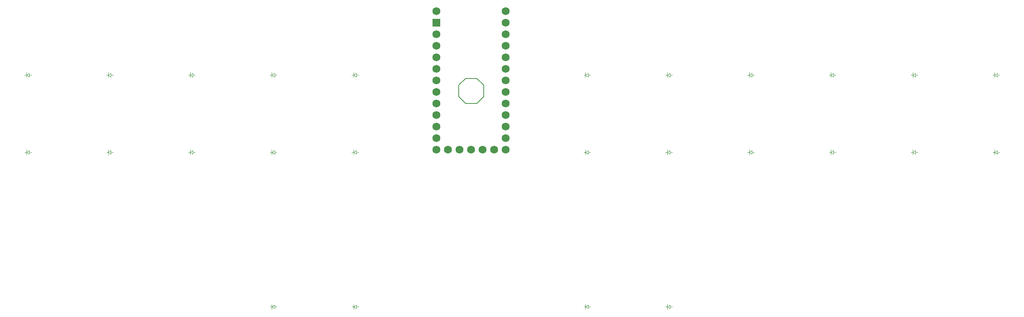
<source format=gbr>
%TF.GenerationSoftware,KiCad,Pcbnew,9.0.0*%
%TF.CreationDate,2025-03-14T12:58:10+01:00*%
%TF.ProjectId,pcb,7063622e-6b69-4636-9164-5f7063625858,v1.0.0*%
%TF.SameCoordinates,Original*%
%TF.FileFunction,Legend,Bot*%
%TF.FilePolarity,Positive*%
%FSLAX46Y46*%
G04 Gerber Fmt 4.6, Leading zero omitted, Abs format (unit mm)*
G04 Created by KiCad (PCBNEW 9.0.0) date 2025-03-14 12:58:10*
%MOMM*%
%LPD*%
G01*
G04 APERTURE LIST*
%ADD10C,0.100000*%
%ADD11C,0.150000*%
%ADD12C,1.752600*%
%ADD13R,1.752600X1.752600*%
G04 APERTURE END LIST*
D10*
%TO.C,D1*%
X100250000Y-105000000D02*
X100750000Y-105000000D01*
X100250000Y-105400000D02*
X99650000Y-105000000D01*
X100250000Y-104600000D02*
X100250000Y-105400000D01*
X99650000Y-105000000D02*
X100250000Y-104600000D01*
X99650000Y-105000000D02*
X99650000Y-105550000D01*
X99650000Y-105000000D02*
X99650000Y-104450000D01*
X99250000Y-105000000D02*
X99650000Y-105000000D01*
%TO.C,D2*%
X100250000Y-88000000D02*
X100750000Y-88000000D01*
X100250000Y-88400000D02*
X99650000Y-88000000D01*
X100250000Y-87600000D02*
X100250000Y-88400000D01*
X99650000Y-88000000D02*
X100250000Y-87600000D01*
X99650000Y-88000000D02*
X99650000Y-88550000D01*
X99650000Y-88000000D02*
X99650000Y-87450000D01*
X99250000Y-88000000D02*
X99650000Y-88000000D01*
%TO.C,D3*%
X118250000Y-105000000D02*
X118750000Y-105000000D01*
X118250000Y-105400000D02*
X117650000Y-105000000D01*
X118250000Y-104600000D02*
X118250000Y-105400000D01*
X117650000Y-105000000D02*
X118250000Y-104600000D01*
X117650000Y-105000000D02*
X117650000Y-105550000D01*
X117650000Y-105000000D02*
X117650000Y-104450000D01*
X117250000Y-105000000D02*
X117650000Y-105000000D01*
%TO.C,D4*%
X118250000Y-88000000D02*
X118750000Y-88000000D01*
X118250000Y-88400000D02*
X117650000Y-88000000D01*
X118250000Y-87600000D02*
X118250000Y-88400000D01*
X117650000Y-88000000D02*
X118250000Y-87600000D01*
X117650000Y-88000000D02*
X117650000Y-88550000D01*
X117650000Y-88000000D02*
X117650000Y-87450000D01*
X117250000Y-88000000D02*
X117650000Y-88000000D01*
%TO.C,D5*%
X136250000Y-105000000D02*
X136750000Y-105000000D01*
X136250000Y-105400000D02*
X135650000Y-105000000D01*
X136250000Y-104600000D02*
X136250000Y-105400000D01*
X135650000Y-105000000D02*
X136250000Y-104600000D01*
X135650000Y-105000000D02*
X135650000Y-105550000D01*
X135650000Y-105000000D02*
X135650000Y-104450000D01*
X135250000Y-105000000D02*
X135650000Y-105000000D01*
%TO.C,D6*%
X136250000Y-88000000D02*
X136750000Y-88000000D01*
X136250000Y-88400000D02*
X135650000Y-88000000D01*
X136250000Y-87600000D02*
X136250000Y-88400000D01*
X135650000Y-88000000D02*
X136250000Y-87600000D01*
X135650000Y-88000000D02*
X135650000Y-88550000D01*
X135650000Y-88000000D02*
X135650000Y-87450000D01*
X135250000Y-88000000D02*
X135650000Y-88000000D01*
%TO.C,D7*%
X154250000Y-105000000D02*
X154750000Y-105000000D01*
X154250000Y-105400000D02*
X153650000Y-105000000D01*
X154250000Y-104600000D02*
X154250000Y-105400000D01*
X153650000Y-105000000D02*
X154250000Y-104600000D01*
X153650000Y-105000000D02*
X153650000Y-105550000D01*
X153650000Y-105000000D02*
X153650000Y-104450000D01*
X153250000Y-105000000D02*
X153650000Y-105000000D01*
%TO.C,D8*%
X154250000Y-88000000D02*
X154750000Y-88000000D01*
X154250000Y-88400000D02*
X153650000Y-88000000D01*
X154250000Y-87600000D02*
X154250000Y-88400000D01*
X153650000Y-88000000D02*
X154250000Y-87600000D01*
X153650000Y-88000000D02*
X153650000Y-88550000D01*
X153650000Y-88000000D02*
X153650000Y-87450000D01*
X153250000Y-88000000D02*
X153650000Y-88000000D01*
%TO.C,D9*%
X172250000Y-105000000D02*
X172750000Y-105000000D01*
X172250000Y-105400000D02*
X171650000Y-105000000D01*
X172250000Y-104600000D02*
X172250000Y-105400000D01*
X171650000Y-105000000D02*
X172250000Y-104600000D01*
X171650000Y-105000000D02*
X171650000Y-105550000D01*
X171650000Y-105000000D02*
X171650000Y-104450000D01*
X171250000Y-105000000D02*
X171650000Y-105000000D01*
%TO.C,D10*%
X172250000Y-88000000D02*
X172750000Y-88000000D01*
X172250000Y-88400000D02*
X171650000Y-88000000D01*
X172250000Y-87600000D02*
X172250000Y-88400000D01*
X171650000Y-88000000D02*
X172250000Y-87600000D01*
X171650000Y-88000000D02*
X171650000Y-88550000D01*
X171650000Y-88000000D02*
X171650000Y-87450000D01*
X171250000Y-88000000D02*
X171650000Y-88000000D01*
%TO.C,D11*%
X223250000Y-105000000D02*
X223750000Y-105000000D01*
X223250000Y-105400000D02*
X222650000Y-105000000D01*
X223250000Y-104600000D02*
X223250000Y-105400000D01*
X222650000Y-105000000D02*
X223250000Y-104600000D01*
X222650000Y-105000000D02*
X222650000Y-105550000D01*
X222650000Y-105000000D02*
X222650000Y-104450000D01*
X222250000Y-105000000D02*
X222650000Y-105000000D01*
%TO.C,D12*%
X223250000Y-88000000D02*
X223750000Y-88000000D01*
X223250000Y-88400000D02*
X222650000Y-88000000D01*
X223250000Y-87600000D02*
X223250000Y-88400000D01*
X222650000Y-88000000D02*
X223250000Y-87600000D01*
X222650000Y-88000000D02*
X222650000Y-88550000D01*
X222650000Y-88000000D02*
X222650000Y-87450000D01*
X222250000Y-88000000D02*
X222650000Y-88000000D01*
%TO.C,D13*%
X241250000Y-105000000D02*
X241750000Y-105000000D01*
X241250000Y-105400000D02*
X240650000Y-105000000D01*
X241250000Y-104600000D02*
X241250000Y-105400000D01*
X240650000Y-105000000D02*
X241250000Y-104600000D01*
X240650000Y-105000000D02*
X240650000Y-105550000D01*
X240650000Y-105000000D02*
X240650000Y-104450000D01*
X240250000Y-105000000D02*
X240650000Y-105000000D01*
%TO.C,D14*%
X241250000Y-88000000D02*
X241750000Y-88000000D01*
X241250000Y-88400000D02*
X240650000Y-88000000D01*
X241250000Y-87600000D02*
X241250000Y-88400000D01*
X240650000Y-88000000D02*
X241250000Y-87600000D01*
X240650000Y-88000000D02*
X240650000Y-88550000D01*
X240650000Y-88000000D02*
X240650000Y-87450000D01*
X240250000Y-88000000D02*
X240650000Y-88000000D01*
%TO.C,D15*%
X259250000Y-105000000D02*
X259750000Y-105000000D01*
X259250000Y-105400000D02*
X258650000Y-105000000D01*
X259250000Y-104600000D02*
X259250000Y-105400000D01*
X258650000Y-105000000D02*
X259250000Y-104600000D01*
X258650000Y-105000000D02*
X258650000Y-105550000D01*
X258650000Y-105000000D02*
X258650000Y-104450000D01*
X258250000Y-105000000D02*
X258650000Y-105000000D01*
%TO.C,D16*%
X259250000Y-88000000D02*
X259750000Y-88000000D01*
X259250000Y-88400000D02*
X258650000Y-88000000D01*
X259250000Y-87600000D02*
X259250000Y-88400000D01*
X258650000Y-88000000D02*
X259250000Y-87600000D01*
X258650000Y-88000000D02*
X258650000Y-88550000D01*
X258650000Y-88000000D02*
X258650000Y-87450000D01*
X258250000Y-88000000D02*
X258650000Y-88000000D01*
%TO.C,D17*%
X277250000Y-105000000D02*
X277750000Y-105000000D01*
X277250000Y-105400000D02*
X276650000Y-105000000D01*
X277250000Y-104600000D02*
X277250000Y-105400000D01*
X276650000Y-105000000D02*
X277250000Y-104600000D01*
X276650000Y-105000000D02*
X276650000Y-105550000D01*
X276650000Y-105000000D02*
X276650000Y-104450000D01*
X276250000Y-105000000D02*
X276650000Y-105000000D01*
%TO.C,D18*%
X277250000Y-88000000D02*
X277750000Y-88000000D01*
X277250000Y-88400000D02*
X276650000Y-88000000D01*
X277250000Y-87600000D02*
X277250000Y-88400000D01*
X276650000Y-88000000D02*
X277250000Y-87600000D01*
X276650000Y-88000000D02*
X276650000Y-88550000D01*
X276650000Y-88000000D02*
X276650000Y-87450000D01*
X276250000Y-88000000D02*
X276650000Y-88000000D01*
%TO.C,D19*%
X295250000Y-105000000D02*
X295750000Y-105000000D01*
X295250000Y-105400000D02*
X294650000Y-105000000D01*
X295250000Y-104600000D02*
X295250000Y-105400000D01*
X294650000Y-105000000D02*
X295250000Y-104600000D01*
X294650000Y-105000000D02*
X294650000Y-105550000D01*
X294650000Y-105000000D02*
X294650000Y-104450000D01*
X294250000Y-105000000D02*
X294650000Y-105000000D01*
%TO.C,D20*%
X295250000Y-88000000D02*
X295750000Y-88000000D01*
X295250000Y-88400000D02*
X294650000Y-88000000D01*
X295250000Y-87600000D02*
X295250000Y-88400000D01*
X294650000Y-88000000D02*
X295250000Y-87600000D01*
X294650000Y-88000000D02*
X294650000Y-88550000D01*
X294650000Y-88000000D02*
X294650000Y-87450000D01*
X294250000Y-88000000D02*
X294650000Y-88000000D01*
%TO.C,D21*%
X313250000Y-105000000D02*
X313750000Y-105000000D01*
X313250000Y-105400000D02*
X312650000Y-105000000D01*
X313250000Y-104600000D02*
X313250000Y-105400000D01*
X312650000Y-105000000D02*
X313250000Y-104600000D01*
X312650000Y-105000000D02*
X312650000Y-105550000D01*
X312650000Y-105000000D02*
X312650000Y-104450000D01*
X312250000Y-105000000D02*
X312650000Y-105000000D01*
%TO.C,D22*%
X313250000Y-88000000D02*
X313750000Y-88000000D01*
X313250000Y-88400000D02*
X312650000Y-88000000D01*
X313250000Y-87600000D02*
X313250000Y-88400000D01*
X312650000Y-88000000D02*
X313250000Y-87600000D01*
X312650000Y-88000000D02*
X312650000Y-88550000D01*
X312650000Y-88000000D02*
X312650000Y-87450000D01*
X312250000Y-88000000D02*
X312650000Y-88000000D01*
%TO.C,D23*%
X154250000Y-139000000D02*
X154750000Y-139000000D01*
X154250000Y-139400000D02*
X153650000Y-139000000D01*
X154250000Y-138600000D02*
X154250000Y-139400000D01*
X153650000Y-139000000D02*
X154250000Y-138600000D01*
X153650000Y-139000000D02*
X153650000Y-139550000D01*
X153650000Y-139000000D02*
X153650000Y-138450000D01*
X153250000Y-139000000D02*
X153650000Y-139000000D01*
%TO.C,D24*%
X172250000Y-139000000D02*
X172750000Y-139000000D01*
X172250000Y-139400000D02*
X171650000Y-139000000D01*
X172250000Y-138600000D02*
X172250000Y-139400000D01*
X171650000Y-139000000D02*
X172250000Y-138600000D01*
X171650000Y-139000000D02*
X171650000Y-139550000D01*
X171650000Y-139000000D02*
X171650000Y-138450000D01*
X171250000Y-139000000D02*
X171650000Y-139000000D01*
%TO.C,D25*%
X223250000Y-139000000D02*
X223750000Y-139000000D01*
X223250000Y-139400000D02*
X222650000Y-139000000D01*
X223250000Y-138600000D02*
X223250000Y-139400000D01*
X222650000Y-139000000D02*
X223250000Y-138600000D01*
X222650000Y-139000000D02*
X222650000Y-139550000D01*
X222650000Y-139000000D02*
X222650000Y-138450000D01*
X222250000Y-139000000D02*
X222650000Y-139000000D01*
%TO.C,D26*%
X241250000Y-139000000D02*
X241750000Y-139000000D01*
X241250000Y-139400000D02*
X240650000Y-139000000D01*
X241250000Y-138600000D02*
X241250000Y-139400000D01*
X240650000Y-139000000D02*
X241250000Y-138600000D01*
X240650000Y-139000000D02*
X240650000Y-139550000D01*
X240650000Y-139000000D02*
X240650000Y-138450000D01*
X240250000Y-139000000D02*
X240650000Y-139000000D01*
D11*
%TO.C,B1*%
X200250000Y-92750000D02*
X198750000Y-94250000D01*
X200250000Y-90250000D02*
X198750000Y-88750000D01*
X200250000Y-90250000D02*
X200250000Y-92750000D01*
X196250000Y-94250000D02*
X198750000Y-94250000D01*
X196250000Y-88750000D02*
X198750000Y-88750000D01*
X194750000Y-92750000D02*
X196250000Y-94250000D01*
X194750000Y-90250000D02*
X196250000Y-88750000D01*
X194750000Y-90250000D02*
X194750000Y-92750000D01*
%TD*%
D12*
%TO.C,MCU1*%
X189880000Y-73990000D03*
D13*
X189880000Y-76530000D03*
D12*
X189880000Y-79070000D03*
X189880000Y-81610000D03*
X189880000Y-84150000D03*
X189880000Y-86690000D03*
X189880000Y-89230000D03*
X189880000Y-91770000D03*
X189880000Y-94310000D03*
X189880000Y-96850000D03*
X189880000Y-99390000D03*
X189880000Y-101930000D03*
X189880000Y-104470000D03*
X202580000Y-104470000D03*
X200040000Y-104470000D03*
X197500000Y-104470000D03*
X194960000Y-104470000D03*
X192420000Y-104470000D03*
X205120000Y-73990000D03*
X205120000Y-76530000D03*
X205120000Y-79070000D03*
X205120000Y-81610000D03*
X205120000Y-84150000D03*
X205120000Y-86690000D03*
X205120000Y-89230000D03*
X205120000Y-91770000D03*
X205120000Y-94310000D03*
X205120000Y-96850000D03*
X205120000Y-99390000D03*
X205120000Y-101930000D03*
X205120000Y-104470000D03*
%TD*%
M02*

</source>
